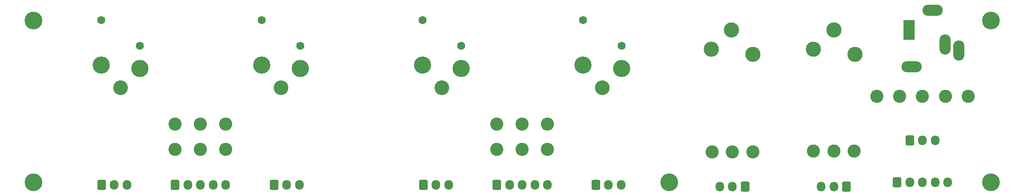
<source format=gbr>
%TF.GenerationSoftware,KiCad,Pcbnew,8.0.1*%
%TF.CreationDate,2024-04-12T14:20:23+02:00*%
%TF.ProjectId,C-Audio Input-Board (CIB),432d4175-6469-46f2-9049-6e7075742d42,rev?*%
%TF.SameCoordinates,Original*%
%TF.FileFunction,Soldermask,Bot*%
%TF.FilePolarity,Negative*%
%FSLAX46Y46*%
G04 Gerber Fmt 4.6, Leading zero omitted, Abs format (unit mm)*
G04 Created by KiCad (PCBNEW 8.0.1) date 2024-04-12 14:20:23*
%MOMM*%
%LPD*%
G01*
G04 APERTURE LIST*
G04 Aperture macros list*
%AMRoundRect*
0 Rectangle with rounded corners*
0 $1 Rounding radius*
0 $2 $3 $4 $5 $6 $7 $8 $9 X,Y pos of 4 corners*
0 Add a 4 corners polygon primitive as box body*
4,1,4,$2,$3,$4,$5,$6,$7,$8,$9,$2,$3,0*
0 Add four circle primitives for the rounded corners*
1,1,$1+$1,$2,$3*
1,1,$1+$1,$4,$5*
1,1,$1+$1,$6,$7*
1,1,$1+$1,$8,$9*
0 Add four rect primitives between the rounded corners*
20,1,$1+$1,$2,$3,$4,$5,0*
20,1,$1+$1,$4,$5,$6,$7,0*
20,1,$1+$1,$6,$7,$8,$9,0*
20,1,$1+$1,$8,$9,$2,$3,0*%
G04 Aperture macros list end*
%ADD10RoundRect,0.250000X-0.600000X-0.725000X0.600000X-0.725000X0.600000X0.725000X-0.600000X0.725000X0*%
%ADD11O,1.700000X1.950000*%
%ADD12C,1.600000*%
%ADD13C,3.400000*%
%ADD14C,2.900000*%
%ADD15C,2.600000*%
%ADD16RoundRect,0.250000X0.600000X0.725000X-0.600000X0.725000X-0.600000X-0.725000X0.600000X-0.725000X0*%
%ADD17C,3.500000*%
%ADD18C,3.000000*%
%ADD19O,2.200000X4.000000*%
%ADD20O,4.000000X2.200000*%
%ADD21R,2.200000X4.000000*%
G04 APERTURE END LIST*
D10*
%TO.C,J17*%
X130500000Y-91500000D03*
D11*
X133000000Y-91500000D03*
X135500000Y-91500000D03*
%TD*%
D12*
%TO.C,J13*%
X169620000Y-64000000D03*
X162000000Y-58920000D03*
D13*
X162000000Y-67810000D03*
X169620000Y-68445000D03*
D14*
X165810000Y-72260000D03*
%TD*%
D15*
%TO.C,J26*%
X211500000Y-84800000D03*
%TD*%
D10*
%TO.C,J18*%
X145000000Y-91500000D03*
D11*
X147500000Y-91500000D03*
X150000000Y-91500000D03*
X152500000Y-91500000D03*
X155000000Y-91500000D03*
%TD*%
D16*
%TO.C,J32*%
X194000000Y-91800000D03*
D11*
X191500000Y-91800000D03*
X189000000Y-91800000D03*
%TD*%
D15*
%TO.C,J8*%
X91500000Y-79500000D03*
%TD*%
%TO.C,J25*%
X207500000Y-84800000D03*
%TD*%
%TO.C,J15*%
X145000000Y-84500000D03*
%TD*%
D17*
%TO.C,H3*%
X53500000Y-91000000D03*
%TD*%
D10*
%TO.C,J40*%
X226500000Y-82700000D03*
D11*
X229000000Y-82700000D03*
X231500000Y-82700000D03*
%TD*%
D17*
%TO.C,H5*%
X179000000Y-91000000D03*
%TD*%
D15*
%TO.C,J14*%
X145000000Y-79500000D03*
%TD*%
D17*
%TO.C,H4*%
X242500000Y-91000000D03*
%TD*%
D15*
%TO.C,J16*%
X150000000Y-84500000D03*
%TD*%
%TO.C,J34*%
X220000000Y-74000000D03*
%TD*%
%TO.C,J24*%
X215500000Y-84800000D03*
%TD*%
D12*
%TO.C,J12*%
X137913332Y-64000000D03*
X130293332Y-58920000D03*
D13*
X130293332Y-67810000D03*
X137913332Y-68445000D03*
D14*
X134103332Y-72260000D03*
%TD*%
D10*
%TO.C,J6*%
X67000000Y-91500000D03*
D11*
X69500000Y-91500000D03*
X72000000Y-91500000D03*
%TD*%
D15*
%TO.C,J30*%
X187500000Y-85000000D03*
%TD*%
%TO.C,J3*%
X81500000Y-79500000D03*
%TD*%
%TO.C,J10*%
X86500000Y-79500000D03*
%TD*%
%TO.C,J31*%
X191500000Y-85000000D03*
%TD*%
%TO.C,J9*%
X91500000Y-84500000D03*
%TD*%
%TO.C,J37*%
X224500000Y-74000000D03*
%TD*%
%TO.C,J36*%
X229000000Y-74000000D03*
%TD*%
D12*
%TO.C,J1*%
X74500000Y-64000000D03*
X66880000Y-58920000D03*
D13*
X66880000Y-67810000D03*
X74500000Y-68445000D03*
D14*
X70690000Y-72260000D03*
%TD*%
D16*
%TO.C,J27*%
X214000000Y-91800000D03*
D11*
X211500000Y-91800000D03*
X209000000Y-91800000D03*
%TD*%
D18*
%TO.C,J23*%
X215700000Y-65678007D03*
X207500000Y-64678007D03*
X211500000Y-60878007D03*
%TD*%
D10*
%TO.C,J22*%
X164500000Y-91500000D03*
D11*
X167000000Y-91500000D03*
X169500000Y-91500000D03*
%TD*%
D15*
%TO.C,J29*%
X195500000Y-85000000D03*
%TD*%
%TO.C,J19*%
X155000000Y-79500000D03*
%TD*%
%TO.C,J5*%
X86500000Y-84500000D03*
%TD*%
D19*
%TO.C,J33*%
X236162487Y-64950000D03*
X233462487Y-63750000D03*
D20*
X230962487Y-56950000D03*
D21*
X226362487Y-60850000D03*
D20*
X226862487Y-68150000D03*
%TD*%
D10*
%TO.C,J39*%
X224000000Y-91000000D03*
D11*
X226500000Y-91000000D03*
X229000000Y-91000000D03*
X231500000Y-91000000D03*
X234000000Y-91000000D03*
%TD*%
D10*
%TO.C,J7*%
X81500000Y-91500000D03*
D11*
X84000000Y-91500000D03*
X86500000Y-91500000D03*
X89000000Y-91500000D03*
X91500000Y-91500000D03*
%TD*%
D15*
%TO.C,J35*%
X238000000Y-74000000D03*
%TD*%
%TO.C,J4*%
X81500000Y-84500000D03*
%TD*%
D17*
%TO.C,H2*%
X242500000Y-59000000D03*
%TD*%
D18*
%TO.C,J28*%
X195500000Y-65683007D03*
X187300000Y-64683007D03*
X191300000Y-60883007D03*
%TD*%
D10*
%TO.C,J11*%
X101000000Y-91500000D03*
D11*
X103500000Y-91500000D03*
X106000000Y-91500000D03*
%TD*%
D15*
%TO.C,J38*%
X233500000Y-74000000D03*
%TD*%
%TO.C,J20*%
X155000000Y-84500000D03*
%TD*%
%TO.C,J21*%
X150000000Y-79500000D03*
%TD*%
D12*
%TO.C,J2*%
X106206666Y-64000000D03*
X98586666Y-58920000D03*
D13*
X98586666Y-67810000D03*
X106206666Y-68445000D03*
D14*
X102396666Y-72260000D03*
%TD*%
D17*
%TO.C,H1*%
X53500000Y-59000000D03*
%TD*%
M02*

</source>
